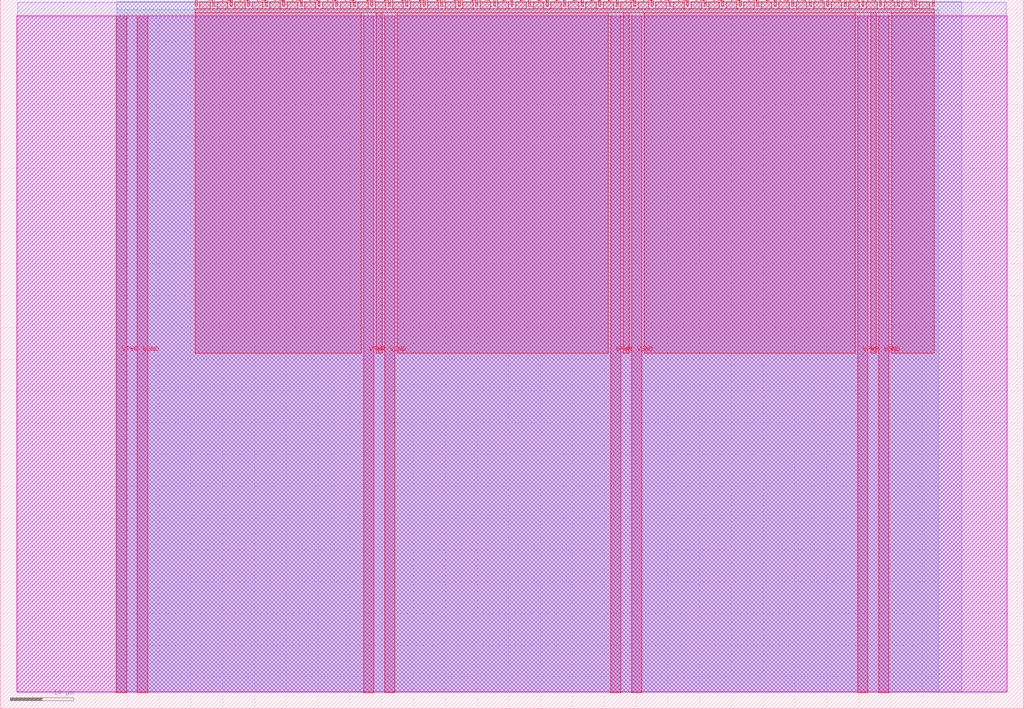
<source format=lef>
VERSION 5.7 ;
  NOWIREEXTENSIONATPIN ON ;
  DIVIDERCHAR "/" ;
  BUSBITCHARS "[]" ;
MACRO tt_um_rejunity_decoder
  CLASS BLOCK ;
  FOREIGN tt_um_rejunity_decoder ;
  ORIGIN 0.000 0.000 ;
  SIZE 161.000 BY 111.520 ;
  PIN VGND
    DIRECTION INOUT ;
    USE GROUND ;
    PORT
      LAYER met4 ;
        RECT 21.580 2.480 23.180 109.040 ;
    END
    PORT
      LAYER met4 ;
        RECT 60.450 2.480 62.050 109.040 ;
    END
    PORT
      LAYER met4 ;
        RECT 99.320 2.480 100.920 109.040 ;
    END
    PORT
      LAYER met4 ;
        RECT 138.190 2.480 139.790 109.040 ;
    END
  END VGND
  PIN VPWR
    DIRECTION INOUT ;
    USE POWER ;
    PORT
      LAYER met4 ;
        RECT 18.280 2.480 19.880 109.040 ;
    END
    PORT
      LAYER met4 ;
        RECT 57.150 2.480 58.750 109.040 ;
    END
    PORT
      LAYER met4 ;
        RECT 96.020 2.480 97.620 109.040 ;
    END
    PORT
      LAYER met4 ;
        RECT 134.890 2.480 136.490 109.040 ;
    END
  END VPWR
  PIN clk
    DIRECTION INPUT ;
    USE SIGNAL ;
    PORT
      LAYER met4 ;
        RECT 143.830 110.520 144.130 111.520 ;
    END
  END clk
  PIN ena
    DIRECTION INPUT ;
    USE SIGNAL ;
    ANTENNAGATEAREA 0.213000 ;
    PORT
      LAYER met4 ;
        RECT 146.590 110.520 146.890 111.520 ;
    END
  END ena
  PIN rst_n
    DIRECTION INPUT ;
    USE SIGNAL ;
    PORT
      LAYER met4 ;
        RECT 141.070 110.520 141.370 111.520 ;
    END
  END rst_n
  PIN ui_in[0]
    DIRECTION INPUT ;
    USE SIGNAL ;
    ANTENNAGATEAREA 0.196500 ;
    PORT
      LAYER met4 ;
        RECT 138.310 110.520 138.610 111.520 ;
    END
  END ui_in[0]
  PIN ui_in[1]
    DIRECTION INPUT ;
    USE SIGNAL ;
    ANTENNAGATEAREA 0.196500 ;
    PORT
      LAYER met4 ;
        RECT 135.550 110.520 135.850 111.520 ;
    END
  END ui_in[1]
  PIN ui_in[2]
    DIRECTION INPUT ;
    USE SIGNAL ;
    ANTENNAGATEAREA 0.213000 ;
    PORT
      LAYER met4 ;
        RECT 132.790 110.520 133.090 111.520 ;
    END
  END ui_in[2]
  PIN ui_in[3]
    DIRECTION INPUT ;
    USE SIGNAL ;
    ANTENNAGATEAREA 0.196500 ;
    PORT
      LAYER met4 ;
        RECT 130.030 110.520 130.330 111.520 ;
    END
  END ui_in[3]
  PIN ui_in[4]
    DIRECTION INPUT ;
    USE SIGNAL ;
    ANTENNAGATEAREA 0.196500 ;
    PORT
      LAYER met4 ;
        RECT 127.270 110.520 127.570 111.520 ;
    END
  END ui_in[4]
  PIN ui_in[5]
    DIRECTION INPUT ;
    USE SIGNAL ;
    ANTENNAGATEAREA 0.196500 ;
    PORT
      LAYER met4 ;
        RECT 124.510 110.520 124.810 111.520 ;
    END
  END ui_in[5]
  PIN ui_in[6]
    DIRECTION INPUT ;
    USE SIGNAL ;
    ANTENNAGATEAREA 0.196500 ;
    PORT
      LAYER met4 ;
        RECT 121.750 110.520 122.050 111.520 ;
    END
  END ui_in[6]
  PIN ui_in[7]
    DIRECTION INPUT ;
    USE SIGNAL ;
    ANTENNAGATEAREA 0.196500 ;
    PORT
      LAYER met4 ;
        RECT 118.990 110.520 119.290 111.520 ;
    END
  END ui_in[7]
  PIN uio_in[0]
    DIRECTION INPUT ;
    USE SIGNAL ;
    PORT
      LAYER met4 ;
        RECT 116.230 110.520 116.530 111.520 ;
    END
  END uio_in[0]
  PIN uio_in[1]
    DIRECTION INPUT ;
    USE SIGNAL ;
    PORT
      LAYER met4 ;
        RECT 113.470 110.520 113.770 111.520 ;
    END
  END uio_in[1]
  PIN uio_in[2]
    DIRECTION INPUT ;
    USE SIGNAL ;
    PORT
      LAYER met4 ;
        RECT 110.710 110.520 111.010 111.520 ;
    END
  END uio_in[2]
  PIN uio_in[3]
    DIRECTION INPUT ;
    USE SIGNAL ;
    PORT
      LAYER met4 ;
        RECT 107.950 110.520 108.250 111.520 ;
    END
  END uio_in[3]
  PIN uio_in[4]
    DIRECTION INPUT ;
    USE SIGNAL ;
    PORT
      LAYER met4 ;
        RECT 105.190 110.520 105.490 111.520 ;
    END
  END uio_in[4]
  PIN uio_in[5]
    DIRECTION INPUT ;
    USE SIGNAL ;
    PORT
      LAYER met4 ;
        RECT 102.430 110.520 102.730 111.520 ;
    END
  END uio_in[5]
  PIN uio_in[6]
    DIRECTION INPUT ;
    USE SIGNAL ;
    PORT
      LAYER met4 ;
        RECT 99.670 110.520 99.970 111.520 ;
    END
  END uio_in[6]
  PIN uio_in[7]
    DIRECTION INPUT ;
    USE SIGNAL ;
    ANTENNAGATEAREA 0.213000 ;
    PORT
      LAYER met4 ;
        RECT 96.910 110.520 97.210 111.520 ;
    END
  END uio_in[7]
  PIN uio_oe[0]
    DIRECTION OUTPUT ;
    USE SIGNAL ;
    PORT
      LAYER met4 ;
        RECT 49.990 110.520 50.290 111.520 ;
    END
  END uio_oe[0]
  PIN uio_oe[1]
    DIRECTION OUTPUT ;
    USE SIGNAL ;
    PORT
      LAYER met4 ;
        RECT 47.230 110.520 47.530 111.520 ;
    END
  END uio_oe[1]
  PIN uio_oe[2]
    DIRECTION OUTPUT ;
    USE SIGNAL ;
    PORT
      LAYER met4 ;
        RECT 44.470 110.520 44.770 111.520 ;
    END
  END uio_oe[2]
  PIN uio_oe[3]
    DIRECTION OUTPUT ;
    USE SIGNAL ;
    PORT
      LAYER met4 ;
        RECT 41.710 110.520 42.010 111.520 ;
    END
  END uio_oe[3]
  PIN uio_oe[4]
    DIRECTION OUTPUT ;
    USE SIGNAL ;
    PORT
      LAYER met4 ;
        RECT 38.950 110.520 39.250 111.520 ;
    END
  END uio_oe[4]
  PIN uio_oe[5]
    DIRECTION OUTPUT ;
    USE SIGNAL ;
    PORT
      LAYER met4 ;
        RECT 36.190 110.520 36.490 111.520 ;
    END
  END uio_oe[5]
  PIN uio_oe[6]
    DIRECTION OUTPUT ;
    USE SIGNAL ;
    PORT
      LAYER met4 ;
        RECT 33.430 110.520 33.730 111.520 ;
    END
  END uio_oe[6]
  PIN uio_oe[7]
    DIRECTION OUTPUT ;
    USE SIGNAL ;
    PORT
      LAYER met4 ;
        RECT 30.670 110.520 30.970 111.520 ;
    END
  END uio_oe[7]
  PIN uio_out[0]
    DIRECTION OUTPUT ;
    USE SIGNAL ;
    ANTENNADIFFAREA 0.891000 ;
    PORT
      LAYER met4 ;
        RECT 72.070 110.520 72.370 111.520 ;
    END
  END uio_out[0]
  PIN uio_out[1]
    DIRECTION OUTPUT ;
    USE SIGNAL ;
    ANTENNADIFFAREA 1.443500 ;
    PORT
      LAYER met4 ;
        RECT 69.310 110.520 69.610 111.520 ;
    END
  END uio_out[1]
  PIN uio_out[2]
    DIRECTION OUTPUT ;
    USE SIGNAL ;
    ANTENNADIFFAREA 0.891000 ;
    PORT
      LAYER met4 ;
        RECT 66.550 110.520 66.850 111.520 ;
    END
  END uio_out[2]
  PIN uio_out[3]
    DIRECTION OUTPUT ;
    USE SIGNAL ;
    ANTENNADIFFAREA 0.891000 ;
    PORT
      LAYER met4 ;
        RECT 63.790 110.520 64.090 111.520 ;
    END
  END uio_out[3]
  PIN uio_out[4]
    DIRECTION OUTPUT ;
    USE SIGNAL ;
    PORT
      LAYER met4 ;
        RECT 61.030 110.520 61.330 111.520 ;
    END
  END uio_out[4]
  PIN uio_out[5]
    DIRECTION OUTPUT ;
    USE SIGNAL ;
    PORT
      LAYER met4 ;
        RECT 58.270 110.520 58.570 111.520 ;
    END
  END uio_out[5]
  PIN uio_out[6]
    DIRECTION OUTPUT ;
    USE SIGNAL ;
    PORT
      LAYER met4 ;
        RECT 55.510 110.520 55.810 111.520 ;
    END
  END uio_out[6]
  PIN uio_out[7]
    DIRECTION OUTPUT ;
    USE SIGNAL ;
    PORT
      LAYER met4 ;
        RECT 52.750 110.520 53.050 111.520 ;
    END
  END uio_out[7]
  PIN uo_out[0]
    DIRECTION OUTPUT ;
    USE SIGNAL ;
    ANTENNADIFFAREA 0.891000 ;
    PORT
      LAYER met4 ;
        RECT 94.150 110.520 94.450 111.520 ;
    END
  END uo_out[0]
  PIN uo_out[1]
    DIRECTION OUTPUT ;
    USE SIGNAL ;
    ANTENNADIFFAREA 2.001000 ;
    PORT
      LAYER met4 ;
        RECT 91.390 110.520 91.690 111.520 ;
    END
  END uo_out[1]
  PIN uo_out[2]
    DIRECTION OUTPUT ;
    USE SIGNAL ;
    ANTENNADIFFAREA 1.484000 ;
    PORT
      LAYER met4 ;
        RECT 88.630 110.520 88.930 111.520 ;
    END
  END uo_out[2]
  PIN uo_out[3]
    DIRECTION OUTPUT ;
    USE SIGNAL ;
    ANTENNADIFFAREA 0.891000 ;
    PORT
      LAYER met4 ;
        RECT 85.870 110.520 86.170 111.520 ;
    END
  END uo_out[3]
  PIN uo_out[4]
    DIRECTION OUTPUT ;
    USE SIGNAL ;
    ANTENNADIFFAREA 2.001000 ;
    PORT
      LAYER met4 ;
        RECT 83.110 110.520 83.410 111.520 ;
    END
  END uo_out[4]
  PIN uo_out[5]
    DIRECTION OUTPUT ;
    USE SIGNAL ;
    ANTENNADIFFAREA 0.891000 ;
    PORT
      LAYER met4 ;
        RECT 80.350 110.520 80.650 111.520 ;
    END
  END uo_out[5]
  PIN uo_out[6]
    DIRECTION OUTPUT ;
    USE SIGNAL ;
    ANTENNADIFFAREA 0.911000 ;
    PORT
      LAYER met4 ;
        RECT 77.590 110.520 77.890 111.520 ;
    END
  END uo_out[6]
  PIN uo_out[7]
    DIRECTION OUTPUT ;
    USE SIGNAL ;
    ANTENNADIFFAREA 0.891000 ;
    PORT
      LAYER met4 ;
        RECT 74.830 110.520 75.130 111.520 ;
    END
  END uo_out[7]
  OBS
      LAYER nwell ;
        RECT 2.570 2.635 158.430 108.990 ;
      LAYER li1 ;
        RECT 2.760 2.635 158.240 108.885 ;
      LAYER met1 ;
        RECT 2.760 2.480 158.240 111.140 ;
      LAYER met2 ;
        RECT 18.310 2.535 151.240 111.170 ;
      LAYER met3 ;
        RECT 18.290 2.555 147.595 109.985 ;
      LAYER met4 ;
        RECT 31.370 110.120 33.030 111.170 ;
        RECT 34.130 110.120 35.790 111.170 ;
        RECT 36.890 110.120 38.550 111.170 ;
        RECT 39.650 110.120 41.310 111.170 ;
        RECT 42.410 110.120 44.070 111.170 ;
        RECT 45.170 110.120 46.830 111.170 ;
        RECT 47.930 110.120 49.590 111.170 ;
        RECT 50.690 110.120 52.350 111.170 ;
        RECT 53.450 110.120 55.110 111.170 ;
        RECT 56.210 110.120 57.870 111.170 ;
        RECT 58.970 110.120 60.630 111.170 ;
        RECT 61.730 110.120 63.390 111.170 ;
        RECT 64.490 110.120 66.150 111.170 ;
        RECT 67.250 110.120 68.910 111.170 ;
        RECT 70.010 110.120 71.670 111.170 ;
        RECT 72.770 110.120 74.430 111.170 ;
        RECT 75.530 110.120 77.190 111.170 ;
        RECT 78.290 110.120 79.950 111.170 ;
        RECT 81.050 110.120 82.710 111.170 ;
        RECT 83.810 110.120 85.470 111.170 ;
        RECT 86.570 110.120 88.230 111.170 ;
        RECT 89.330 110.120 90.990 111.170 ;
        RECT 92.090 110.120 93.750 111.170 ;
        RECT 94.850 110.120 96.510 111.170 ;
        RECT 97.610 110.120 99.270 111.170 ;
        RECT 100.370 110.120 102.030 111.170 ;
        RECT 103.130 110.120 104.790 111.170 ;
        RECT 105.890 110.120 107.550 111.170 ;
        RECT 108.650 110.120 110.310 111.170 ;
        RECT 111.410 110.120 113.070 111.170 ;
        RECT 114.170 110.120 115.830 111.170 ;
        RECT 116.930 110.120 118.590 111.170 ;
        RECT 119.690 110.120 121.350 111.170 ;
        RECT 122.450 110.120 124.110 111.170 ;
        RECT 125.210 110.120 126.870 111.170 ;
        RECT 127.970 110.120 129.630 111.170 ;
        RECT 130.730 110.120 132.390 111.170 ;
        RECT 133.490 110.120 135.150 111.170 ;
        RECT 136.250 110.120 137.910 111.170 ;
        RECT 139.010 110.120 140.670 111.170 ;
        RECT 141.770 110.120 143.430 111.170 ;
        RECT 144.530 110.120 146.190 111.170 ;
        RECT 30.655 109.440 146.905 110.120 ;
        RECT 30.655 55.935 56.750 109.440 ;
        RECT 59.150 55.935 60.050 109.440 ;
        RECT 62.450 55.935 95.620 109.440 ;
        RECT 98.020 55.935 98.920 109.440 ;
        RECT 101.320 55.935 134.490 109.440 ;
        RECT 136.890 55.935 137.790 109.440 ;
        RECT 140.190 55.935 146.905 109.440 ;
  END
END tt_um_rejunity_decoder
END LIBRARY


</source>
